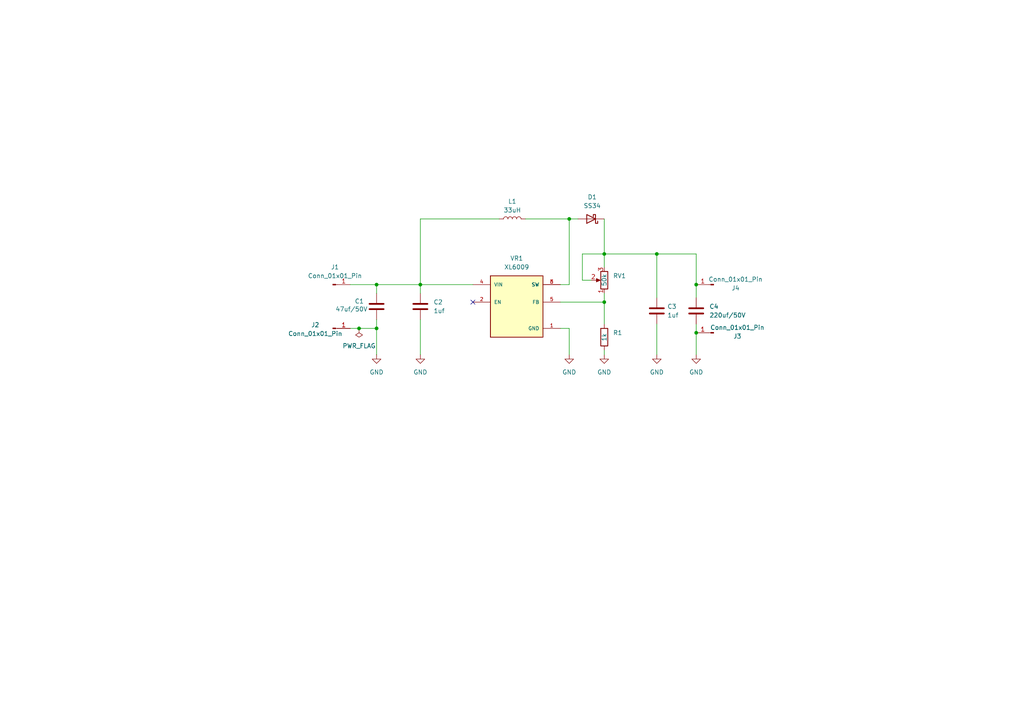
<source format=kicad_sch>
(kicad_sch (version 20250114) (generator "eeschema") (generator_version "9.0")
  (paper "A4")
  (title_block (title "DC-DC BOOST CONVERTER") (company "Muhammad Hammad ur Rehman"))
  (lib_symbols
    (symbol "Connector:Conn_01x01_Pin" (pin_names (offset 1.016) (hide yes))
      (property "Reference" "J" (at 0 2.54 0))
      (property "Value" "Conn_01x01_Pin" (at 0 -2.54 0))
      (symbol "Conn_01x01_Pin_1_1"
        (rectangle (start 0.8636 0.127) (end 0 -0.127) (stroke (width 0.1524)) (fill (type outline)))
        (polyline (pts (xy 1.27 0) (xy 0.8636 0)) (stroke (width 0.1524)))
        (pin passive line (at 5.08 0 180) (length 3.81) (name "Pin_1") (number "1"))
      )
    )
    (symbol "Device:C" (pin_numbers (hide yes)) (pin_names (offset 0.254))
      (property "Reference" "C" (at 0.635 2.54 0))
      (property "Value" "C" (at 0.635 -2.54 0))
      (symbol "C_0_1"
        (polyline (pts (xy -2.032 0.762) (xy 2.032 0.762)) (stroke (width 0.508)))
        (polyline (pts (xy -2.032 -0.762) (xy 2.032 -0.762)) (stroke (width 0.508)))
      )
      (symbol "C_1_1"
        (pin passive line (at 0 3.81 270) (length 2.794) (name "~") (number "1"))
        (pin passive line (at 0 -3.81 90) (length 2.794) (name "~") (number "2"))
      )
    )
    (symbol "Device:L" (pin_numbers (hide yes)) (pin_names (offset 1.016) (hide yes))
      (property "Reference" "L" (at -1.27 0 90))
      (property "Value" "L" (at 1.905 0 90))
      (symbol "L_0_1"
        (arc (start 0 2.54) (mid 0.6323 1.905) (end 0 1.27))
        (arc (start 0 1.27) (mid 0.6323 0.635) (end 0 0))
        (arc (start 0 0) (mid 0.6323 -0.635) (end 0 -1.27))
        (arc (start 0 -1.27) (mid 0.6323 -1.905) (end 0 -2.54))
      )
      (symbol "L_1_1"
        (pin passive line (at 0 3.81 270) (length 1.27) (name "1") (number "1"))
        (pin passive line (at 0 -3.81 90) (length 1.27) (name "2") (number "2"))
      )
    )
    (symbol "Device:R" (pin_numbers (hide yes)) (pin_names (offset 0))
      (property "Reference" "R" (at 2.032 0 90))
      (property "Value" "R" (at 0 0 90))
      (symbol "R_0_1"
        (rectangle (start -1.016 -2.54) (end 1.016 2.54) (stroke (width 0.254)))
      )
      (symbol "R_1_1"
        (pin passive line (at 0 3.81 270) (length 1.27) (name "~") (number "1"))
        (pin passive line (at 0 -3.81 90) (length 1.27) (name "~") (number "2"))
      )
    )
    (symbol "Device:R_Potentiometer" (pin_names (offset 1.016) (hide yes))
      (property "Reference" "RV" (at -4.445 0 90))
      (property "Value" "R_Potentiometer" (at -2.54 0 90))
      (symbol "R_Potentiometer_0_1"
        (rectangle (start 1.016 2.54) (end -1.016 -2.54) (stroke (width 0.254)))
        (polyline (pts (xy 1.143 0) (xy 2.286 0.508) (xy 2.286 -0.508) (xy 1.143 0)) (fill (type outline)))
        (polyline (pts (xy 2.54 0) (xy 1.524 0)))
      )
      (symbol "R_Potentiometer_1_1"
        (pin passive line (at 0 3.81 270) (length 1.27) (name "1") (number "1"))
        (pin passive line (at 0 -3.81 90) (length 1.27) (name "3") (number "3"))
        (pin passive line (at 3.81 0 180) (length 1.27) (name "2") (number "2"))
      )
    )
    (symbol "Diode:SS34" (pin_numbers (hide yes)) (pin_names (offset 1.016) (hide yes))
      (property "Reference" "D" (at 0 2.54 0))
      (property "Value" "SS34" (at 0 -2.54 0))
      (symbol "SS34_0_1"
        (polyline (pts (xy -1.905 0.635) (xy -1.905 1.27) (xy -1.27 1.27) (xy -1.27 -1.27) (xy -0.635 -1.27) (xy -0.635 -0.635)) (stroke (width 0.254)))
        (polyline (pts (xy 1.27 1.27) (xy 1.27 -1.27) (xy -1.27 0) (xy 1.27 1.27)) (stroke (width 0.254)))
        (polyline (pts (xy 1.27 0) (xy -1.27 0)))
      )
      (symbol "SS34_1_1"
        (pin passive line (at -3.81 0 0) (length 2.54) (name "K") (number "1"))
        (pin passive line (at 3.81 0 180) (length 2.54) (name "A") (number "2"))
      )
    )
    (symbol "XL6009:XL6009" (pin_names (offset 1.016))
      (property "Reference" "VR" (at -7.62 8.89 0))
      (property "Value" "XL6009" (at -7.62 -11.43 0))
      (symbol "XL6009_0_0"
        (rectangle (start -7.62 -10.16) (end 7.62 7.62) (stroke (width 0.254)) (fill (type background)))
        (pin input line (at -12.7 5.08 0) (length 5.08) (name "VIN") (number "4"))
        (pin input line (at -12.7 0 0) (length 5.08) (name "EN") (number "2"))
        (pin output line (at 12.7 5.08 180) (length 5.08) (name "SW") (number "3"))
        (pin output line (at 12.7 5.08 180) (length 5.08) (name "SW") (number "6"))
        (pin input line (at 12.7 0 180) (length 5.08) (name "FB") (number "5"))
        (pin power_in line (at 12.7 -7.62 180) (length 5.08) (name "GND") (number "1"))
      )
    )
    (symbol "power:GND" (power) (pin_numbers (hide yes)) (pin_names (offset 0) (hide yes))
      (property "Value" "GND" (at 0 -3.81 0))
      (symbol "GND_0_1"
        (polyline (pts (xy 0 0) (xy 0 -1.27) (xy 1.27 -1.27) (xy 0 -2.54) (xy -1.27 -1.27) (xy 0 -1.27)))
      )
      (symbol "GND_1_1"
        (pin power_in line (at 0 0 270) (length 0) (name "~") (number "1"))
      )
    )
    (symbol "power:PWR_FLAG" (power) (pin_numbers (hide yes)) (pin_names (offset 0) (hide yes))
      (property "Value" "PWR_FLAG" (at 0 3.81 0))
      (symbol "PWR_FLAG_0_0"
        (pin power_out line (at 0 0 90) (length 0) (name "~") (number "1"))
      )
      (symbol "PWR_FLAG_0_1"
        (polyline (pts (xy 0 0) (xy 0 1.27) (xy -1.016 1.905) (xy 0 2.54) (xy 1.016 1.905) (xy 0 1.27)))
      )
    )
  )
  (junction (at 201.93 96.52))
  (junction (at 201.93 82.55))
  (junction (at 121.92 82.55))
  (junction (at 190.5 73.66))
  (junction (at 175.26 87.63))
  (junction (at 109.22 95.25))
  (junction (at 104.14 95.25))
  (junction (at 165.1 63.5))
  (junction (at 109.22 82.55))
  (junction (at 175.26 73.66))
  (no_connect (at 137.16 87.63))
  (wire (pts (xy 121.92 63.5) (xy 121.92 82.55)))
  (wire (pts (xy 121.92 82.55) (xy 121.92 85.09)))
  (wire (pts (xy 175.26 93.98) (xy 175.26 87.63)))
  (wire (pts (xy 109.22 102.87) (xy 109.22 95.25)))
  (wire (pts (xy 175.26 85.09) (xy 175.26 87.63)))
  (wire (pts (xy 165.1 82.55) (xy 162.56 82.55)))
  (wire (pts (xy 165.1 63.5) (xy 165.1 82.55)))
  (wire (pts (xy 201.93 86.36) (xy 201.93 82.55)))
  (wire (pts (xy 168.91 81.28) (xy 171.45 81.28)))
  (wire (pts (xy 165.1 102.87) (xy 165.1 95.25)))
  (wire (pts (xy 109.22 82.55) (xy 121.92 82.55)))
  (wire (pts (xy 175.26 73.66) (xy 168.91 73.66)))
  (wire (pts (xy 190.5 86.36) (xy 190.5 73.66)))
  (wire (pts (xy 101.6 95.25) (xy 104.14 95.25)))
  (wire (pts (xy 175.26 77.47) (xy 175.26 73.66)))
  (wire (pts (xy 168.91 73.66) (xy 168.91 81.28)))
  (wire (pts (xy 201.93 96.52) (xy 201.93 102.87)))
  (wire (pts (xy 175.26 87.63) (xy 162.56 87.63)))
  (wire (pts (xy 167.64 63.5) (xy 165.1 63.5)))
  (wire (pts (xy 104.14 95.25) (xy 109.22 95.25)))
  (wire (pts (xy 201.93 93.98) (xy 201.93 96.52)))
  (wire (pts (xy 109.22 85.09) (xy 109.22 82.55)))
  (wire (pts (xy 201.93 82.55) (xy 201.93 73.66)))
  (wire (pts (xy 144.78 63.5) (xy 121.92 63.5)))
  (wire (pts (xy 190.5 93.98) (xy 190.5 102.87)))
  (wire (pts (xy 175.26 63.5) (xy 175.26 73.66)))
  (wire (pts (xy 121.92 102.87) (xy 121.92 92.71)))
  (wire (pts (xy 190.5 73.66) (xy 175.26 73.66)))
  (wire (pts (xy 101.6 82.55) (xy 109.22 82.55)))
  (wire (pts (xy 109.22 95.25) (xy 109.22 92.71)))
  (wire (pts (xy 137.16 82.55) (xy 121.92 82.55)))
  (wire (pts (xy 152.4 63.5) (xy 165.1 63.5)))
  (wire (pts (xy 165.1 95.25) (xy 162.56 95.25)))
  (wire (pts (xy 201.93 73.66) (xy 190.5 73.66)))
  (wire (pts (xy 175.26 101.6) (xy 175.26 102.87)))
  (symbol (lib_id "Connector:Conn_01x01_Pin") (at 207.01 96.52 180) (unit 1)
    (property "Reference" "J3" (at 213.868 97.536 0))
    (property "Value" "Conn_01x01_Pin" (at 213.868 94.996 0))
    (property "Footprint" "Connector_PinHeader_2.54mm:PinHeader_1x01_P2.54mm_Vertical" (effects (hide yes)))
    (property "Description" "Generic connector, single row, 01x01, script generated" (effects (hide yes)))
  )
  (symbol (lib_id "Connector:Conn_01x01_Pin") (at 96.52 82.55 0) (unit 1)
    (property "Reference" "J1" (at 97.155 77.47 0))
    (property "Value" "Conn_01x01_Pin" (at 97.155 80.01 0))
    (property "Footprint" "Connector_PinHeader_2.54mm:PinHeader_1x01_P2.54mm_Vertical" (effects (hide yes)))
    (property "Description" "Generic connector, single row, 01x01, script generated" (effects (hide yes)))
  )
  (symbol (lib_id "power:GND") (at 165.1 102.87 0) (unit 1)
    (property "Reference" "#PWR06" (effects (hide yes)))
    (property "Value" "GND" (at 165.1 107.95 0))
    (property "Description" "Power symbol creates a global label with name \"GND\" , ground" (effects (hide yes)))
  )
  (symbol (lib_id "Connector:Conn_01x01_Pin") (at 207.01 82.55 180) (unit 1)
    (property "Reference" "J4" (at 213.36 83.566 0))
    (property "Value" "Conn_01x01_Pin" (at 213.36 81.026 0))
    (property "Footprint" "Connector_PinHeader_2.54mm:PinHeader_1x01_P2.54mm_Vertical" (effects (hide yes)))
    (property "Description" "Generic connector, single row, 01x01, script generated" (effects (hide yes)))
  )
  (symbol (lib_id "Device:R_Potentiometer") (at 175.26 81.28 180) (unit 1)
    (property "Reference" "RV1" (at 177.8 80.0099 0) (effects (justify right)))
    (property "Value" "50k" (at 175.26 83.058 90) (effects (justify right)))
    (property "Footprint" "Potentiometer_THT:Potentiometer_Bourns_3296W_Vertical" (effects (hide yes)))
    (property "Description" "Potentiometer" (effects (hide yes)))
  )
  (symbol (lib_id "power:GND") (at 190.5 102.87 0) (unit 1)
    (property "Reference" "#PWR04" (effects (hide yes)))
    (property "Value" "GND" (at 190.5 107.95 0))
    (property "Description" "Power symbol creates a global label with name \"GND\" , ground" (effects (hide yes)))
  )
  (symbol (lib_id "Device:C") (at 109.22 88.9 0) (unit 1)
    (property "Reference" "C1" (at 102.87 87.376 0) (effects (justify left)))
    (property "Value" "47uf/50V" (at 97.282 89.662 0) (effects (justify left)))
    (property "Footprint" "Capacitor_THT:CP_Radial_D6.3mm_P2.50mm" (effects (hide yes)))
    (property "Description" "Unpolarized capacitor" (effects (hide yes)))
  )
  (symbol (lib_id "Device:C") (at 121.92 88.9 0) (unit 1)
    (property "Reference" "C2" (at 125.73 87.6299 0) (effects (justify left)))
    (property "Value" "1uf" (at 125.73 90.1699 0) (effects (justify left)))
    (property "Footprint" "Capacitor_SMD:C_0805_2012Metric" (effects (hide yes)))
    (property "Description" "Unpolarized capacitor" (effects (hide yes)))
  )
  (symbol (lib_id "XL6009:XL6009") (at 149.86 87.63 0) (unit 1)
    (property "Reference" "VR1" (at 149.86 74.93 0))
    (property "Value" "XL6009" (at 149.86 77.47 0))
    (property "Footprint" "XL6009:DPAK170P1435X465-6N" (effects (hide yes)))
    (property "MF" "XLSEMI" (effects (hide yes)))
    (property "MAXIMUM_PACKAGE_HEIGHT" "4.65mm" (effects (hide yes)))
    (property "Package" "TO-263-5L XLSEMI" (effects (hide yes)))
    (property "Price" "None" (effects (hide yes)))
    (property "Check_prices" "https://www.snapeda.com/parts/XL6009/XLSEMI/view-part/?ref=eda" (effects (hide yes)))
    (property "STANDARD" "IPC-7351B" (effects (hide yes)))
    (property "PARTREV" "1.1" (effects (hide yes)))
    (property "SnapEDA_Link" "https://www.snapeda.com/parts/XL6009/XLSEMI/view-part/?ref=snap" (effects (hide yes)))
    (property "MP" "XL6009" (effects (hide yes)))
    (property "Description_1" "The XL6009 regulator is a wide input range, current mode, DC/DC converter which is capable of generating either positive or negative output voltages." (effects (hide yes)))
    (property "Availability" "Not in stock" (effects (hide yes)))
    (property "MANUFACTURER" "XLSEMI" (effects (hide yes)))
  )
  (symbol (lib_id "power:GND") (at 109.22 102.87 0) (unit 1)
    (property "Reference" "#PWR01" (effects (hide yes)))
    (property "Value" "GND" (at 109.22 107.95 0))
    (property "Description" "Power symbol creates a global label with name \"GND\" , ground" (effects (hide yes)))
  )
  (symbol (lib_id "Device:R") (at 175.26 97.79 0) (unit 1)
    (property "Reference" "R1" (at 177.8 96.5199 0) (effects (justify left)))
    (property "Value" "1k" (at 175.26 99.06 90) (effects (justify left)))
    (property "Footprint" "Resistor_SMD:R_1206_3216Metric" (effects (hide yes)))
    (property "Description" "Resistor" (effects (hide yes)))
  )
  (symbol (lib_id "Device:C") (at 190.5 90.17 0) (unit 1)
    (property "Reference" "C3" (at 193.548 88.9 0) (effects (justify left)))
    (property "Value" "1uf" (at 193.548 91.44 0) (effects (justify left)))
    (property "Footprint" "Capacitor_SMD:C_0805_2012Metric" (effects (hide yes)))
    (property "Description" "Unpolarized capacitor" (effects (hide yes)))
  )
  (symbol (lib_id "power:GND") (at 121.92 102.87 0) (unit 1)
    (property "Reference" "#PWR02" (effects (hide yes)))
    (property "Value" "GND" (at 121.92 107.95 0))
    (property "Description" "Power symbol creates a global label with name \"GND\" , ground" (effects (hide yes)))
  )
  (symbol (lib_id "power:PWR_FLAG") (at 104.14 95.25 180) (unit 1)
    (property "Reference" "#FLG01" (effects (hide yes)))
    (property "Value" "PWR_FLAG" (at 104.14 100.33 0))
    (property "Description" "Special symbol for telling ERC where power comes from" (effects (hide yes)))
  )
  (symbol (lib_id "Device:C") (at 201.93 90.17 0) (unit 1)
    (property "Reference" "C4" (at 205.74 88.8999 0) (effects (justify left)))
    (property "Value" "220uf/50V" (at 205.74 91.4399 0) (effects (justify left)))
    (property "Footprint" "Capacitor_THT:CP_Radial_D6.3mm_P2.50mm" (effects (hide yes)))
    (property "Description" "Unpolarized capacitor" (effects (hide yes)))
  )
  (symbol (lib_id "power:GND") (at 201.93 102.87 0) (unit 1)
    (property "Reference" "#PWR05" (effects (hide yes)))
    (property "Value" "GND" (at 201.93 107.95 0))
    (property "Description" "Power symbol creates a global label with name \"GND\" , ground" (effects (hide yes)))
  )
  (symbol (lib_id "Diode:SS34") (at 171.45 63.5 180) (unit 1)
    (property "Reference" "D1" (at 171.7675 57.15 0))
    (property "Value" "SS34" (at 171.7675 59.69 0))
    (property "Footprint" "Diode_SMD:D_SMA" (effects (hide yes)))
    (property "Datasheet" "https://www.vishay.com/docs/88751/ss32.pdf" (effects (hide yes)))
    (property "Description" "40V 3A Schottky Diode, SMA" (effects (hide yes)))
  )
  (symbol (lib_id "power:GND") (at 175.26 102.87 0) (unit 1)
    (property "Reference" "#PWR03" (effects (hide yes)))
    (property "Value" "GND" (at 175.26 107.95 0))
    (property "Description" "Power symbol creates a global label with name \"GND\" , ground" (effects (hide yes)))
  )
  (symbol (lib_id "Device:L") (at 148.59 63.5 90) (unit 1)
    (property "Reference" "L1" (at 148.59 58.42 90))
    (property "Value" "33uH" (at 148.59 60.96 90))
    (property "Footprint" "Inductor_SMD:L_12x12mm_H8mm" (effects (hide yes)))
    (property "Description" "Inductor" (effects (hide yes)))
  )
  (symbol (lib_id "Connector:Conn_01x01_Pin") (at 96.52 95.25 0) (unit 1)
    (property "Reference" "J2" (at 91.44 94.234 0))
    (property "Value" "Conn_01x01_Pin" (at 91.44 96.774 0))
    (property "Footprint" "Connector_PinHeader_2.54mm:PinHeader_1x01_P2.54mm_Vertical" (effects (hide yes)))
    (property "Description" "Generic connector, single row, 01x01, script generated" (effects (hide yes)))
  )
)
</source>
